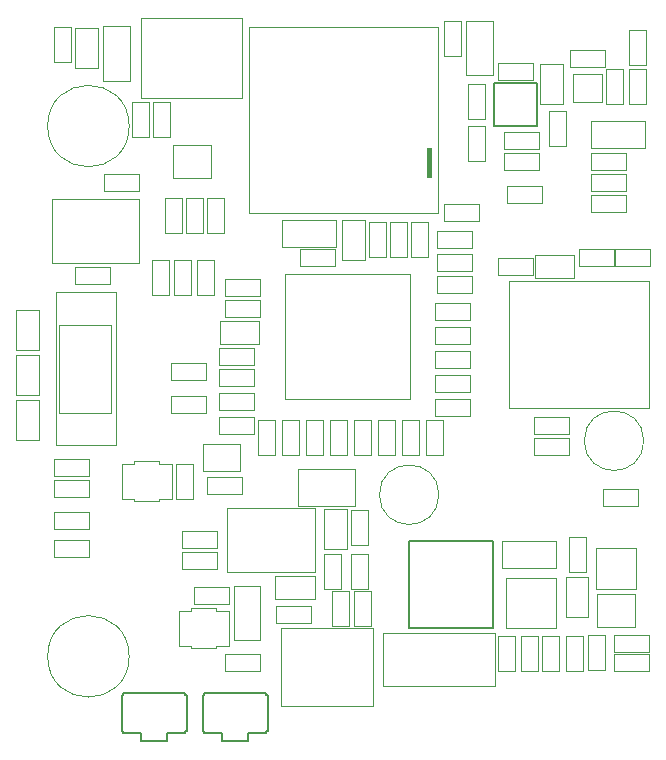
<source format=gbr>
G04 #@! TF.GenerationSoftware,KiCad,Pcbnew,(5.1.6)-1*
G04 #@! TF.CreationDate,2021-05-29T12:10:38-05:00*
G04 #@! TF.ProjectId,SapphineMinimal,53617070-6869-46e6-954d-696e696d616c,rev?*
G04 #@! TF.SameCoordinates,Original*
G04 #@! TF.FileFunction,Other,User*
%FSLAX46Y46*%
G04 Gerber Fmt 4.6, Leading zero omitted, Abs format (unit mm)*
G04 Created by KiCad (PCBNEW (5.1.6)-1) date 2021-05-29 12:10:38*
%MOMM*%
%LPD*%
G01*
G04 APERTURE LIST*
%ADD10C,0.050000*%
%ADD11C,0.152400*%
%ADD12C,0.120000*%
%ADD13C,0.010000*%
G04 APERTURE END LIST*
D10*
X95836000Y-119473000D02*
X94776000Y-119473000D01*
X94776000Y-119473000D02*
X94776000Y-119683000D01*
X91616000Y-116493000D02*
X92676000Y-116493000D01*
X92676000Y-116493000D02*
X92676000Y-116283000D01*
X91616000Y-119473000D02*
X92676000Y-119473000D01*
X92676000Y-119473000D02*
X92676000Y-119683000D01*
X91616000Y-116493000D02*
X91616000Y-119473000D01*
X92676000Y-119683000D02*
X94776000Y-119683000D01*
X95836000Y-116493000D02*
X94776000Y-116493000D01*
X94776000Y-116493000D02*
X94776000Y-116283000D01*
X95836000Y-119473000D02*
X95836000Y-116493000D01*
X94776000Y-116283000D02*
X92676000Y-116283000D01*
X127452000Y-73473000D02*
X125032000Y-73473000D01*
X127452000Y-71053000D02*
X127452000Y-73473000D01*
X125032000Y-71053000D02*
X127452000Y-71053000D01*
X125032000Y-73473000D02*
X125032000Y-71053000D01*
X91010000Y-107027000D02*
X89950000Y-107027000D01*
X89950000Y-107027000D02*
X89950000Y-107237000D01*
X86790000Y-104047000D02*
X87850000Y-104047000D01*
X87850000Y-104047000D02*
X87850000Y-103837000D01*
X86790000Y-107027000D02*
X87850000Y-107027000D01*
X87850000Y-107027000D02*
X87850000Y-107237000D01*
X86790000Y-104047000D02*
X86790000Y-107027000D01*
X87850000Y-107237000D02*
X89950000Y-107237000D01*
X91010000Y-104047000D02*
X89950000Y-104047000D01*
X89950000Y-104047000D02*
X89950000Y-103837000D01*
X91010000Y-107027000D02*
X91010000Y-104047000D01*
X89950000Y-103837000D02*
X87850000Y-103837000D01*
X128441000Y-121634000D02*
X128441000Y-120174000D01*
X128441000Y-120174000D02*
X131401000Y-120174000D01*
X131401000Y-120174000D02*
X131401000Y-121634000D01*
X131401000Y-121634000D02*
X128441000Y-121634000D01*
X131401000Y-118523000D02*
X131401000Y-119983000D01*
X131401000Y-119983000D02*
X128441000Y-119983000D01*
X128441000Y-119983000D02*
X128441000Y-118523000D01*
X128441000Y-118523000D02*
X131401000Y-118523000D01*
X108915000Y-122900000D02*
X108915000Y-118400000D01*
X118415000Y-122900000D02*
X108915000Y-122900000D01*
X118415000Y-118400000D02*
X118415000Y-122900000D01*
X108915000Y-118400000D02*
X118415000Y-118400000D01*
X95741000Y-107790000D02*
X95741000Y-113190000D01*
X95741000Y-113190000D02*
X103141000Y-113190000D01*
X103141000Y-113190000D02*
X103141000Y-107790000D01*
X103141000Y-107790000D02*
X95741000Y-107790000D01*
X113644214Y-106680000D02*
G75*
G03*
X113644214Y-106680000I-2519214J0D01*
G01*
D11*
X88430100Y-127533400D02*
X90639900Y-127533400D01*
X90639900Y-127533400D02*
X90639900Y-126873000D01*
X90639900Y-126873000D02*
X92138500Y-126873000D01*
X92138500Y-126873000D02*
X92138500Y-126670900D01*
X92138500Y-126670900D02*
X92287499Y-126670900D01*
X92287499Y-126670900D02*
X92287499Y-123671500D01*
X92287499Y-123671500D02*
X92138500Y-123671500D01*
X92138500Y-123671500D02*
X92138500Y-123469400D01*
X92138500Y-123469400D02*
X86931500Y-123469400D01*
X86931500Y-123469400D02*
X86931500Y-123671500D01*
X86931500Y-123671500D02*
X86782501Y-123671500D01*
X86782501Y-123671500D02*
X86782501Y-126670900D01*
X86782501Y-126670900D02*
X86931500Y-126670900D01*
X86931500Y-126670900D02*
X86931500Y-126873000D01*
X86931500Y-126873000D02*
X88430100Y-126873000D01*
X88430100Y-126873000D02*
X88430100Y-127533400D01*
X95288100Y-127533400D02*
X97497900Y-127533400D01*
X97497900Y-127533400D02*
X97497900Y-126873000D01*
X97497900Y-126873000D02*
X98996500Y-126873000D01*
X98996500Y-126873000D02*
X98996500Y-126670900D01*
X98996500Y-126670900D02*
X99145499Y-126670900D01*
X99145499Y-126670900D02*
X99145499Y-123671500D01*
X99145499Y-123671500D02*
X98996500Y-123671500D01*
X98996500Y-123671500D02*
X98996500Y-123469400D01*
X98996500Y-123469400D02*
X93789500Y-123469400D01*
X93789500Y-123469400D02*
X93789500Y-123671500D01*
X93789500Y-123671500D02*
X93640501Y-123671500D01*
X93640501Y-123671500D02*
X93640501Y-126670900D01*
X93640501Y-126670900D02*
X93789500Y-126670900D01*
X93789500Y-126670900D02*
X93789500Y-126873000D01*
X93789500Y-126873000D02*
X95288100Y-126873000D01*
X95288100Y-126873000D02*
X95288100Y-127533400D01*
X118313200Y-75488800D02*
X118313200Y-75041000D01*
X118313200Y-75041000D02*
X118313200Y-75041000D01*
X118313200Y-75041000D02*
X118313200Y-72279000D01*
X118313200Y-72279000D02*
X118313200Y-72279000D01*
X118313200Y-72279000D02*
X118313200Y-71831200D01*
X118313200Y-71831200D02*
X119261000Y-71831200D01*
X119261000Y-71831200D02*
X119261000Y-71831200D01*
X119261000Y-71831200D02*
X121023000Y-71831200D01*
X121023000Y-71831200D02*
X121023000Y-71831200D01*
X121023000Y-71831200D02*
X121970800Y-71831200D01*
X121970800Y-71831200D02*
X121970800Y-72279000D01*
X121970800Y-72279000D02*
X121970800Y-72279000D01*
X121970800Y-72279000D02*
X121970800Y-75041000D01*
X121970800Y-75041000D02*
X121970800Y-75041000D01*
X121970800Y-75041000D02*
X121970800Y-75488800D01*
X121970800Y-75488800D02*
X121023000Y-75488800D01*
X121023000Y-75488800D02*
X121023000Y-75488800D01*
X121023000Y-75488800D02*
X119261000Y-75488800D01*
X119261000Y-75488800D02*
X119261000Y-75488800D01*
X119261000Y-75488800D02*
X118313200Y-75488800D01*
D10*
X119292000Y-113704000D02*
X119292000Y-117944000D01*
X119292000Y-117944000D02*
X123532000Y-117944000D01*
X123532000Y-117944000D02*
X123532000Y-113704000D01*
X123532000Y-113704000D02*
X119292000Y-113704000D01*
X106204000Y-111677000D02*
X107664000Y-111677000D01*
X107664000Y-111677000D02*
X107664000Y-114637000D01*
X107664000Y-114637000D02*
X106204000Y-114637000D01*
X106204000Y-114637000D02*
X106204000Y-111677000D01*
X106204000Y-107994000D02*
X107664000Y-107994000D01*
X107664000Y-107994000D02*
X107664000Y-110954000D01*
X107664000Y-110954000D02*
X106204000Y-110954000D01*
X106204000Y-110954000D02*
X106204000Y-107994000D01*
X91865000Y-112998000D02*
X91865000Y-111538000D01*
X91865000Y-111538000D02*
X94825000Y-111538000D01*
X94825000Y-111538000D02*
X94825000Y-112998000D01*
X94825000Y-112998000D02*
X91865000Y-112998000D01*
X91865000Y-111220000D02*
X91865000Y-109760000D01*
X91865000Y-109760000D02*
X94825000Y-109760000D01*
X94825000Y-109760000D02*
X94825000Y-111220000D01*
X94825000Y-111220000D02*
X91865000Y-111220000D01*
X130512000Y-106204000D02*
X130512000Y-107664000D01*
X130512000Y-107664000D02*
X127552000Y-107664000D01*
X127552000Y-107664000D02*
X127552000Y-106204000D01*
X127552000Y-106204000D02*
X130512000Y-106204000D01*
X120555000Y-118662000D02*
X122015000Y-118662000D01*
X122015000Y-118662000D02*
X122015000Y-121622000D01*
X122015000Y-121622000D02*
X120555000Y-121622000D01*
X120555000Y-121622000D02*
X120555000Y-118662000D01*
X122333000Y-118662000D02*
X123793000Y-118662000D01*
X123793000Y-118662000D02*
X123793000Y-121622000D01*
X123793000Y-121622000D02*
X122333000Y-121622000D01*
X122333000Y-121622000D02*
X122333000Y-118662000D01*
X120110000Y-121622000D02*
X118650000Y-121622000D01*
X118650000Y-121622000D02*
X118650000Y-118662000D01*
X118650000Y-118662000D02*
X120110000Y-118662000D01*
X120110000Y-118662000D02*
X120110000Y-121622000D01*
X124619000Y-110280000D02*
X126079000Y-110280000D01*
X126079000Y-110280000D02*
X126079000Y-113240000D01*
X126079000Y-113240000D02*
X124619000Y-113240000D01*
X124619000Y-113240000D02*
X124619000Y-110280000D01*
D11*
X117589300Y-117983000D02*
X111772700Y-117983000D01*
X111772700Y-117983000D02*
X111772700Y-117983000D01*
X111772700Y-117983000D02*
X111099600Y-117983000D01*
X111099600Y-117983000D02*
X111099600Y-110617000D01*
X111099600Y-110617000D02*
X111772700Y-110617000D01*
X111772700Y-110617000D02*
X111772700Y-110617000D01*
X111772700Y-110617000D02*
X117589300Y-110617000D01*
X117589300Y-110617000D02*
X117589300Y-110617000D01*
X117589300Y-110617000D02*
X118262400Y-110617000D01*
X118262400Y-110617000D02*
X118262400Y-117983000D01*
X118262400Y-117983000D02*
X117589300Y-117983000D01*
X117589300Y-117983000D02*
X117589300Y-117983000D01*
D10*
X122240000Y-70202000D02*
X124140000Y-70202000D01*
X124140000Y-70202000D02*
X124140000Y-73562000D01*
X124140000Y-73562000D02*
X122240000Y-73562000D01*
X122240000Y-73562000D02*
X122240000Y-70202000D01*
X103952000Y-107921000D02*
X105852000Y-107921000D01*
X105852000Y-107921000D02*
X105852000Y-111281000D01*
X105852000Y-111281000D02*
X103952000Y-111281000D01*
X103952000Y-111281000D02*
X103952000Y-107921000D01*
X105378000Y-114637000D02*
X103918000Y-114637000D01*
X103918000Y-114637000D02*
X103918000Y-111677000D01*
X103918000Y-111677000D02*
X105378000Y-111677000D01*
X105378000Y-111677000D02*
X105378000Y-114637000D01*
X124365000Y-118662000D02*
X125825000Y-118662000D01*
X125825000Y-118662000D02*
X125825000Y-121622000D01*
X125825000Y-121622000D02*
X124365000Y-121622000D01*
X124365000Y-121622000D02*
X124365000Y-118662000D01*
X85808000Y-88868000D02*
X82848000Y-88868000D01*
X85808000Y-87408000D02*
X85808000Y-88868000D01*
X82848000Y-87408000D02*
X85808000Y-87408000D01*
X82848000Y-88868000D02*
X82848000Y-87408000D01*
X80882000Y-81628000D02*
X80882000Y-87028000D01*
X80882000Y-87028000D02*
X88282000Y-87028000D01*
X88282000Y-87028000D02*
X88282000Y-81628000D01*
X88282000Y-81628000D02*
X80882000Y-81628000D01*
X88221000Y-79534000D02*
X88221000Y-80994000D01*
X88221000Y-80994000D02*
X85261000Y-80994000D01*
X85261000Y-80994000D02*
X85261000Y-79534000D01*
X85261000Y-79534000D02*
X88221000Y-79534000D01*
X122968000Y-74212000D02*
X124428000Y-74212000D01*
X124428000Y-74212000D02*
X124428000Y-77172000D01*
X124428000Y-77172000D02*
X122968000Y-77172000D01*
X122968000Y-77172000D02*
X122968000Y-74212000D01*
X119170000Y-79216000D02*
X119170000Y-77756000D01*
X119170000Y-77756000D02*
X122130000Y-77756000D01*
X122130000Y-77756000D02*
X122130000Y-79216000D01*
X122130000Y-79216000D02*
X119170000Y-79216000D01*
X119170000Y-77438000D02*
X119170000Y-75978000D01*
X119170000Y-75978000D02*
X122130000Y-75978000D01*
X122130000Y-75978000D02*
X122130000Y-77438000D01*
X122130000Y-77438000D02*
X119170000Y-77438000D01*
X116110000Y-75482000D02*
X117570000Y-75482000D01*
X117570000Y-75482000D02*
X117570000Y-78442000D01*
X117570000Y-78442000D02*
X116110000Y-78442000D01*
X116110000Y-78442000D02*
X116110000Y-75482000D01*
X117570000Y-74886000D02*
X116110000Y-74886000D01*
X116110000Y-74886000D02*
X116110000Y-71926000D01*
X116110000Y-71926000D02*
X117570000Y-71926000D01*
X117570000Y-71926000D02*
X117570000Y-74886000D01*
X121622000Y-70136000D02*
X121622000Y-71596000D01*
X121622000Y-71596000D02*
X118662000Y-71596000D01*
X118662000Y-71596000D02*
X118662000Y-70136000D01*
X118662000Y-70136000D02*
X121622000Y-70136000D01*
X84030000Y-111982000D02*
X81070000Y-111982000D01*
X84030000Y-110522000D02*
X84030000Y-111982000D01*
X81070000Y-110522000D02*
X84030000Y-110522000D01*
X81070000Y-111982000D02*
X81070000Y-110522000D01*
X129699000Y-70314000D02*
X129699000Y-67354000D01*
X131159000Y-70314000D02*
X129699000Y-70314000D01*
X131159000Y-67354000D02*
X131159000Y-70314000D01*
X129699000Y-67354000D02*
X131159000Y-67354000D01*
X131159000Y-70656000D02*
X131159000Y-73616000D01*
X129699000Y-70656000D02*
X131159000Y-70656000D01*
X129699000Y-73616000D02*
X129699000Y-70656000D01*
X131159000Y-73616000D02*
X129699000Y-73616000D01*
X124758000Y-68993000D02*
X127718000Y-68993000D01*
X124758000Y-70453000D02*
X124758000Y-68993000D01*
X127718000Y-70453000D02*
X124758000Y-70453000D01*
X127718000Y-68993000D02*
X127718000Y-70453000D01*
X127794000Y-73616000D02*
X127794000Y-70656000D01*
X129254000Y-73616000D02*
X127794000Y-73616000D01*
X129254000Y-70656000D02*
X129254000Y-73616000D01*
X127794000Y-70656000D02*
X129254000Y-70656000D01*
D12*
X81204000Y-89782000D02*
X81204000Y-89528000D01*
X86284000Y-102228000D02*
X86284000Y-102482000D01*
D10*
X85908000Y-92322000D02*
X81458000Y-92322000D01*
X85908000Y-99722000D02*
X85908000Y-92322000D01*
X81458000Y-99722000D02*
X85908000Y-99722000D01*
X81458000Y-92322000D02*
X81458000Y-99722000D01*
D12*
X81204000Y-89528000D02*
X86284000Y-89528000D01*
X86284000Y-89528000D02*
X86284000Y-102228000D01*
X86284000Y-102482000D02*
X81204000Y-102482000D01*
X81204000Y-102482000D02*
X81204000Y-89782000D01*
D10*
X79753500Y-98650000D02*
X79753500Y-102010000D01*
X77853500Y-98650000D02*
X79753500Y-98650000D01*
X77853500Y-102010000D02*
X77853500Y-98650000D01*
X79753500Y-102010000D02*
X77853500Y-102010000D01*
X79753500Y-94840000D02*
X79753500Y-98200000D01*
X77853500Y-94840000D02*
X79753500Y-94840000D01*
X77853500Y-98200000D02*
X77853500Y-94840000D01*
X79753500Y-98200000D02*
X77853500Y-98200000D01*
X79753500Y-91030000D02*
X79753500Y-94390000D01*
X77853500Y-91030000D02*
X79753500Y-91030000D01*
X77853500Y-94390000D02*
X77853500Y-91030000D01*
X79753500Y-94390000D02*
X77853500Y-94390000D01*
X104896000Y-83462000D02*
X104896000Y-85702000D01*
X104896000Y-85702000D02*
X100336000Y-85702000D01*
X100336000Y-85702000D02*
X100336000Y-83462000D01*
X100336000Y-83462000D02*
X104896000Y-83462000D01*
X130989214Y-102108000D02*
G75*
G03*
X130989214Y-102108000I-2519214J0D01*
G01*
X94024000Y-105188000D02*
X96984000Y-105188000D01*
X94024000Y-106648000D02*
X94024000Y-105188000D01*
X96984000Y-106648000D02*
X94024000Y-106648000D01*
X96984000Y-105188000D02*
X96984000Y-106648000D01*
X90456000Y-84538000D02*
X90456000Y-81578000D01*
X91916000Y-84538000D02*
X90456000Y-84538000D01*
X91916000Y-81578000D02*
X91916000Y-84538000D01*
X90456000Y-81578000D02*
X91916000Y-81578000D01*
X93694000Y-81578000D02*
X93694000Y-84538000D01*
X92234000Y-81578000D02*
X93694000Y-81578000D01*
X92234000Y-84538000D02*
X92234000Y-81578000D01*
X93694000Y-84538000D02*
X92234000Y-84538000D01*
X95472000Y-81578000D02*
X95472000Y-84538000D01*
X94012000Y-81578000D02*
X95472000Y-81578000D01*
X94012000Y-84538000D02*
X94012000Y-81578000D01*
X95472000Y-84538000D02*
X94012000Y-84538000D01*
X94310000Y-77086000D02*
X91110000Y-77086000D01*
X94310000Y-79886000D02*
X91110000Y-79886000D01*
X94310000Y-79886000D02*
X94310000Y-77086000D01*
X91110000Y-77086000D02*
X91110000Y-79886000D01*
X131406000Y-88580000D02*
X119546000Y-88580000D01*
X131406000Y-99380000D02*
X131406000Y-88580000D01*
X119546000Y-99380000D02*
X131406000Y-99380000D01*
X119546000Y-88580000D02*
X119546000Y-99380000D01*
X126270000Y-118535000D02*
X127730000Y-118535000D01*
X127730000Y-118535000D02*
X127730000Y-121495000D01*
X127730000Y-121495000D02*
X126270000Y-121495000D01*
X126270000Y-121495000D02*
X126270000Y-118535000D01*
X126951000Y-111153000D02*
X130351000Y-111153000D01*
X130351000Y-111153000D02*
X130351000Y-114653000D01*
X130351000Y-114653000D02*
X126951000Y-114653000D01*
X126951000Y-114653000D02*
X126951000Y-111153000D01*
X130251000Y-117859000D02*
X130251000Y-115059000D01*
X127051000Y-115059000D02*
X127051000Y-117859000D01*
X127051000Y-115059000D02*
X130251000Y-115059000D01*
X127051000Y-117859000D02*
X130251000Y-117859000D01*
X85210000Y-71692000D02*
X85210000Y-66992000D01*
X85210000Y-66992000D02*
X87510000Y-66992000D01*
X87510000Y-66992000D02*
X87510000Y-71692000D01*
X85210000Y-71692000D02*
X87510000Y-71692000D01*
X126299000Y-116996000D02*
X124399000Y-116996000D01*
X124399000Y-116996000D02*
X124399000Y-113636000D01*
X124399000Y-113636000D02*
X126299000Y-113636000D01*
X126299000Y-113636000D02*
X126299000Y-116996000D01*
X119005000Y-112880000D02*
X119005000Y-110640000D01*
X119005000Y-110640000D02*
X123565000Y-110640000D01*
X123565000Y-110640000D02*
X123565000Y-112880000D01*
X123565000Y-112880000D02*
X119005000Y-112880000D01*
X81058000Y-67100000D02*
X82518000Y-67100000D01*
X82518000Y-67100000D02*
X82518000Y-70060000D01*
X82518000Y-70060000D02*
X81058000Y-70060000D01*
X81058000Y-70060000D02*
X81058000Y-67100000D01*
X82870000Y-67154000D02*
X84770000Y-67154000D01*
X84770000Y-67154000D02*
X84770000Y-70514000D01*
X84770000Y-70514000D02*
X82870000Y-70514000D01*
X82870000Y-70514000D02*
X82870000Y-67154000D01*
X101720000Y-104495000D02*
X101720000Y-107595000D01*
X106570000Y-104495000D02*
X101720000Y-104495000D01*
X106570000Y-107595000D02*
X106570000Y-104495000D01*
X101720000Y-107595000D02*
X106570000Y-107595000D01*
X87420000Y-120370000D02*
G75*
G03*
X87420000Y-120370000I-3450000J0D01*
G01*
X87420000Y-75470000D02*
G75*
G03*
X87420000Y-75470000I-3450000J0D01*
G01*
X108040000Y-118005000D02*
X100240000Y-118005000D01*
X108040000Y-124565000D02*
X108040000Y-118005000D01*
X100240000Y-124565000D02*
X108040000Y-124565000D01*
X100240000Y-118005000D02*
X100240000Y-124565000D01*
X88460000Y-73092000D02*
X88460000Y-66342000D01*
X96960000Y-73092000D02*
X88460000Y-73092000D01*
X96960000Y-66342000D02*
X88460000Y-66342000D01*
X96960000Y-73092000D02*
X96960000Y-66342000D01*
X97537000Y-67065000D02*
X97537000Y-82815000D01*
X113537000Y-67065000D02*
X97537000Y-67065000D01*
X113537000Y-82815000D02*
X113537000Y-67065000D01*
X97537000Y-82815000D02*
X113537000Y-82815000D01*
D13*
G36*
X112621720Y-77340000D02*
G01*
X113007000Y-77340000D01*
X113007000Y-79748690D01*
X112621720Y-79748690D01*
X112621720Y-77340000D01*
G37*
X112621720Y-77340000D02*
X113007000Y-77340000D01*
X113007000Y-79748690D01*
X112621720Y-79748690D01*
X112621720Y-77340000D01*
D10*
X116415000Y-85820000D02*
X113455000Y-85820000D01*
X116415000Y-84360000D02*
X116415000Y-85820000D01*
X113455000Y-84360000D02*
X116415000Y-84360000D01*
X113455000Y-85820000D02*
X113455000Y-84360000D01*
X116415000Y-87725000D02*
X113455000Y-87725000D01*
X116415000Y-86265000D02*
X116415000Y-87725000D01*
X113455000Y-86265000D02*
X116415000Y-86265000D01*
X113455000Y-87725000D02*
X113455000Y-86265000D01*
X96800000Y-102355000D02*
X93700000Y-102355000D01*
X96800000Y-104655000D02*
X96800000Y-102355000D01*
X93700000Y-104655000D02*
X96800000Y-104655000D01*
X93700000Y-102355000D02*
X93700000Y-104655000D01*
X98508000Y-121634000D02*
X95548000Y-121634000D01*
X98508000Y-120174000D02*
X98508000Y-121634000D01*
X95548000Y-120174000D02*
X98508000Y-120174000D01*
X95548000Y-121634000D02*
X95548000Y-120174000D01*
X100608322Y-98596084D02*
X111208322Y-98596084D01*
X100608322Y-87996084D02*
X111208322Y-87996084D01*
X111208322Y-87996084D02*
X111208322Y-98596084D01*
X100608322Y-87996084D02*
X100608322Y-98596084D01*
X114090000Y-82074000D02*
X117050000Y-82074000D01*
X114090000Y-83534000D02*
X114090000Y-82074000D01*
X117050000Y-83534000D02*
X114090000Y-83534000D01*
X117050000Y-82074000D02*
X117050000Y-83534000D01*
X118214000Y-66554000D02*
X118214000Y-71114000D01*
X115974000Y-66554000D02*
X118214000Y-66554000D01*
X115974000Y-71114000D02*
X115974000Y-66554000D01*
X118214000Y-71114000D02*
X115974000Y-71114000D01*
X95548000Y-88424000D02*
X98508000Y-88424000D01*
X95548000Y-89884000D02*
X95548000Y-88424000D01*
X98508000Y-89884000D02*
X95548000Y-89884000D01*
X98508000Y-88424000D02*
X98508000Y-89884000D01*
X95040000Y-94266000D02*
X98000000Y-94266000D01*
X95040000Y-95726000D02*
X95040000Y-94266000D01*
X98000000Y-95726000D02*
X95040000Y-95726000D01*
X98000000Y-94266000D02*
X98000000Y-95726000D01*
X98529000Y-114433000D02*
X98529000Y-118993000D01*
X96289000Y-114433000D02*
X98529000Y-114433000D01*
X96289000Y-118993000D02*
X96289000Y-114433000D01*
X98529000Y-118993000D02*
X96289000Y-118993000D01*
X131058000Y-77320000D02*
X126498000Y-77320000D01*
X131058000Y-75080000D02*
X131058000Y-77320000D01*
X126498000Y-75080000D02*
X131058000Y-75080000D01*
X126498000Y-77320000D02*
X126498000Y-75080000D01*
X106458000Y-103334000D02*
X106458000Y-100374000D01*
X107918000Y-103334000D02*
X106458000Y-103334000D01*
X107918000Y-100374000D02*
X107918000Y-103334000D01*
X106458000Y-100374000D02*
X107918000Y-100374000D01*
X102394000Y-103334000D02*
X102394000Y-100374000D01*
X103854000Y-103334000D02*
X102394000Y-103334000D01*
X103854000Y-100374000D02*
X103854000Y-103334000D01*
X102394000Y-100374000D02*
X103854000Y-100374000D01*
X108490000Y-103334000D02*
X108490000Y-100374000D01*
X109950000Y-103334000D02*
X108490000Y-103334000D01*
X109950000Y-100374000D02*
X109950000Y-103334000D01*
X108490000Y-100374000D02*
X109950000Y-100374000D01*
X104426000Y-103334000D02*
X104426000Y-100374000D01*
X105886000Y-103334000D02*
X104426000Y-103334000D01*
X105886000Y-100374000D02*
X105886000Y-103334000D01*
X104426000Y-100374000D02*
X105886000Y-100374000D01*
X116415000Y-89630000D02*
X113455000Y-89630000D01*
X116415000Y-88170000D02*
X116415000Y-89630000D01*
X113455000Y-88170000D02*
X116415000Y-88170000D01*
X113455000Y-89630000D02*
X113455000Y-88170000D01*
X116288000Y-93948000D02*
X113328000Y-93948000D01*
X116288000Y-92488000D02*
X116288000Y-93948000D01*
X113328000Y-92488000D02*
X116288000Y-92488000D01*
X113328000Y-93948000D02*
X113328000Y-92488000D01*
X116288000Y-98012000D02*
X113328000Y-98012000D01*
X116288000Y-96552000D02*
X116288000Y-98012000D01*
X113328000Y-96552000D02*
X116288000Y-96552000D01*
X113328000Y-98012000D02*
X113328000Y-96552000D01*
X112554000Y-103334000D02*
X112554000Y-100374000D01*
X114014000Y-103334000D02*
X112554000Y-103334000D01*
X114014000Y-100374000D02*
X114014000Y-103334000D01*
X112554000Y-100374000D02*
X114014000Y-100374000D01*
X112744000Y-83610000D02*
X112744000Y-86570000D01*
X111284000Y-83610000D02*
X112744000Y-83610000D01*
X111284000Y-86570000D02*
X111284000Y-83610000D01*
X112744000Y-86570000D02*
X111284000Y-86570000D01*
X110966000Y-83610000D02*
X110966000Y-86570000D01*
X109506000Y-83610000D02*
X110966000Y-83610000D01*
X109506000Y-86570000D02*
X109506000Y-83610000D01*
X110966000Y-86570000D02*
X109506000Y-86570000D01*
X116288000Y-91916000D02*
X113328000Y-91916000D01*
X116288000Y-90456000D02*
X116288000Y-91916000D01*
X113328000Y-90456000D02*
X116288000Y-90456000D01*
X113328000Y-91916000D02*
X113328000Y-90456000D01*
X116288000Y-95980000D02*
X113328000Y-95980000D01*
X116288000Y-94520000D02*
X116288000Y-95980000D01*
X113328000Y-94520000D02*
X116288000Y-94520000D01*
X113328000Y-95980000D02*
X113328000Y-94520000D01*
X116288000Y-100044000D02*
X113328000Y-100044000D01*
X116288000Y-98584000D02*
X116288000Y-100044000D01*
X113328000Y-98584000D02*
X116288000Y-98584000D01*
X113328000Y-100044000D02*
X113328000Y-98584000D01*
X110522000Y-103334000D02*
X110522000Y-100374000D01*
X111982000Y-103334000D02*
X110522000Y-103334000D01*
X111982000Y-100374000D02*
X111982000Y-103334000D01*
X110522000Y-100374000D02*
X111982000Y-100374000D01*
X95548000Y-90202000D02*
X98508000Y-90202000D01*
X95548000Y-91662000D02*
X95548000Y-90202000D01*
X98508000Y-91662000D02*
X95548000Y-91662000D01*
X98508000Y-90202000D02*
X98508000Y-91662000D01*
X129496000Y-82772000D02*
X126536000Y-82772000D01*
X129496000Y-81312000D02*
X129496000Y-82772000D01*
X126536000Y-81312000D02*
X129496000Y-81312000D01*
X126536000Y-82772000D02*
X126536000Y-81312000D01*
X92881000Y-114459000D02*
X95841000Y-114459000D01*
X92881000Y-115919000D02*
X92881000Y-114459000D01*
X95841000Y-115919000D02*
X92881000Y-115919000D01*
X95841000Y-114459000D02*
X95841000Y-115919000D01*
X95040000Y-100108000D02*
X98000000Y-100108000D01*
X95040000Y-101568000D02*
X95040000Y-100108000D01*
X98000000Y-101568000D02*
X95040000Y-101568000D01*
X98000000Y-100108000D02*
X98000000Y-101568000D01*
X98000000Y-99536000D02*
X95040000Y-99536000D01*
X98000000Y-98076000D02*
X98000000Y-99536000D01*
X95040000Y-98076000D02*
X98000000Y-98076000D01*
X95040000Y-99536000D02*
X95040000Y-98076000D01*
X122384000Y-82010000D02*
X119424000Y-82010000D01*
X122384000Y-80550000D02*
X122384000Y-82010000D01*
X119424000Y-80550000D02*
X122384000Y-80550000D01*
X119424000Y-82010000D02*
X119424000Y-80550000D01*
X121710000Y-100108000D02*
X124670000Y-100108000D01*
X121710000Y-101568000D02*
X121710000Y-100108000D01*
X124670000Y-101568000D02*
X121710000Y-101568000D01*
X124670000Y-100108000D02*
X124670000Y-101568000D01*
X121710000Y-101886000D02*
X124670000Y-101886000D01*
X121710000Y-103346000D02*
X121710000Y-101886000D01*
X124670000Y-103346000D02*
X121710000Y-103346000D01*
X124670000Y-101886000D02*
X124670000Y-103346000D01*
X90976000Y-98330000D02*
X93936000Y-98330000D01*
X90976000Y-99790000D02*
X90976000Y-98330000D01*
X93936000Y-99790000D02*
X90976000Y-99790000D01*
X93936000Y-98330000D02*
X93936000Y-99790000D01*
X98000000Y-97504000D02*
X95040000Y-97504000D01*
X98000000Y-96044000D02*
X98000000Y-97504000D01*
X95040000Y-96044000D02*
X98000000Y-96044000D01*
X95040000Y-97504000D02*
X95040000Y-96044000D01*
X89122000Y-73450000D02*
X89122000Y-76410000D01*
X87662000Y-73450000D02*
X89122000Y-73450000D01*
X87662000Y-76410000D02*
X87662000Y-73450000D01*
X89122000Y-76410000D02*
X87662000Y-76410000D01*
X84030000Y-105124000D02*
X81070000Y-105124000D01*
X84030000Y-103664000D02*
X84030000Y-105124000D01*
X81070000Y-103664000D02*
X84030000Y-103664000D01*
X81070000Y-105124000D02*
X81070000Y-103664000D01*
X84030000Y-106902000D02*
X81070000Y-106902000D01*
X84030000Y-105442000D02*
X84030000Y-106902000D01*
X81070000Y-105442000D02*
X84030000Y-105442000D01*
X81070000Y-106902000D02*
X81070000Y-105442000D01*
X93936000Y-96996000D02*
X90976000Y-96996000D01*
X93936000Y-95536000D02*
X93936000Y-96996000D01*
X90976000Y-95536000D02*
X93936000Y-95536000D01*
X90976000Y-96996000D02*
X90976000Y-95536000D01*
X84030000Y-109569000D02*
X81070000Y-109569000D01*
X84030000Y-108109000D02*
X84030000Y-109569000D01*
X81070000Y-108109000D02*
X84030000Y-108109000D01*
X81070000Y-109569000D02*
X81070000Y-108109000D01*
X94583000Y-86785000D02*
X94583000Y-89745000D01*
X93123000Y-86785000D02*
X94583000Y-86785000D01*
X93123000Y-89745000D02*
X93123000Y-86785000D01*
X94583000Y-89745000D02*
X93123000Y-89745000D01*
X92678000Y-86785000D02*
X92678000Y-89745000D01*
X91218000Y-86785000D02*
X92678000Y-86785000D01*
X91218000Y-89745000D02*
X91218000Y-86785000D01*
X92678000Y-89745000D02*
X91218000Y-89745000D01*
X91345000Y-107017000D02*
X91345000Y-104057000D01*
X92805000Y-107017000D02*
X91345000Y-107017000D01*
X92805000Y-104057000D02*
X92805000Y-107017000D01*
X91345000Y-104057000D02*
X92805000Y-104057000D01*
X128480000Y-87344000D02*
X125520000Y-87344000D01*
X128480000Y-85884000D02*
X128480000Y-87344000D01*
X125520000Y-85884000D02*
X128480000Y-85884000D01*
X125520000Y-87344000D02*
X125520000Y-85884000D01*
X131528000Y-87344000D02*
X128568000Y-87344000D01*
X131528000Y-85884000D02*
X131528000Y-87344000D01*
X128568000Y-85884000D02*
X131528000Y-85884000D01*
X128568000Y-87344000D02*
X128568000Y-85884000D01*
X106458000Y-117812000D02*
X106458000Y-114852000D01*
X107918000Y-117812000D02*
X106458000Y-117812000D01*
X107918000Y-114852000D02*
X107918000Y-117812000D01*
X106458000Y-114852000D02*
X107918000Y-114852000D01*
X106013000Y-114852000D02*
X106013000Y-117812000D01*
X104553000Y-114852000D02*
X106013000Y-114852000D01*
X104553000Y-117812000D02*
X104553000Y-114852000D01*
X106013000Y-117812000D02*
X104553000Y-117812000D01*
X98330000Y-103334000D02*
X98330000Y-100374000D01*
X99790000Y-103334000D02*
X98330000Y-103334000D01*
X99790000Y-100374000D02*
X99790000Y-103334000D01*
X98330000Y-100374000D02*
X99790000Y-100374000D01*
X126536000Y-79534000D02*
X129496000Y-79534000D01*
X126536000Y-80994000D02*
X126536000Y-79534000D01*
X129496000Y-80994000D02*
X126536000Y-80994000D01*
X129496000Y-79534000D02*
X129496000Y-80994000D01*
X99793000Y-113604000D02*
X103153000Y-113604000D01*
X99793000Y-115504000D02*
X99793000Y-113604000D01*
X103153000Y-115504000D02*
X99793000Y-115504000D01*
X103153000Y-113604000D02*
X103153000Y-115504000D01*
X99866000Y-116110000D02*
X102826000Y-116110000D01*
X99866000Y-117570000D02*
X99866000Y-116110000D01*
X102826000Y-117570000D02*
X99866000Y-117570000D01*
X102826000Y-116110000D02*
X102826000Y-117570000D01*
X125124000Y-88326000D02*
X121764000Y-88326000D01*
X125124000Y-86426000D02*
X125124000Y-88326000D01*
X121764000Y-86426000D02*
X125124000Y-86426000D01*
X121764000Y-88326000D02*
X121764000Y-86426000D01*
X118662000Y-86646000D02*
X121622000Y-86646000D01*
X118662000Y-88106000D02*
X118662000Y-86646000D01*
X121622000Y-88106000D02*
X118662000Y-88106000D01*
X121622000Y-86646000D02*
X121622000Y-88106000D01*
X89440000Y-76410000D02*
X89440000Y-73450000D01*
X90900000Y-76410000D02*
X89440000Y-76410000D01*
X90900000Y-73450000D02*
X90900000Y-76410000D01*
X89440000Y-73450000D02*
X90900000Y-73450000D01*
X95094000Y-92014000D02*
X98454000Y-92014000D01*
X95094000Y-93914000D02*
X95094000Y-92014000D01*
X98454000Y-93914000D02*
X95094000Y-93914000D01*
X98454000Y-92014000D02*
X98454000Y-93914000D01*
X89313000Y-89745000D02*
X89313000Y-86785000D01*
X90773000Y-89745000D02*
X89313000Y-89745000D01*
X90773000Y-86785000D02*
X90773000Y-89745000D01*
X89313000Y-86785000D02*
X90773000Y-86785000D01*
X109188000Y-83610000D02*
X109188000Y-86570000D01*
X107728000Y-83610000D02*
X109188000Y-83610000D01*
X107728000Y-86570000D02*
X107728000Y-83610000D01*
X109188000Y-86570000D02*
X107728000Y-86570000D01*
X107376000Y-83410000D02*
X107376000Y-86770000D01*
X105476000Y-83410000D02*
X107376000Y-83410000D01*
X105476000Y-86770000D02*
X105476000Y-83410000D01*
X107376000Y-86770000D02*
X105476000Y-86770000D01*
X100362000Y-103334000D02*
X100362000Y-100374000D01*
X101822000Y-103334000D02*
X100362000Y-103334000D01*
X101822000Y-100374000D02*
X101822000Y-103334000D01*
X100362000Y-100374000D02*
X101822000Y-100374000D01*
X101898000Y-85884000D02*
X104858000Y-85884000D01*
X101898000Y-87344000D02*
X101898000Y-85884000D01*
X104858000Y-87344000D02*
X101898000Y-87344000D01*
X104858000Y-85884000D02*
X104858000Y-87344000D01*
X115538000Y-66592000D02*
X115538000Y-69552000D01*
X114078000Y-66592000D02*
X115538000Y-66592000D01*
X114078000Y-69552000D02*
X114078000Y-66592000D01*
X115538000Y-69552000D02*
X114078000Y-69552000D01*
X129496000Y-79216000D02*
X126536000Y-79216000D01*
X129496000Y-77756000D02*
X129496000Y-79216000D01*
X126536000Y-77756000D02*
X129496000Y-77756000D01*
X126536000Y-79216000D02*
X126536000Y-77756000D01*
M02*

</source>
